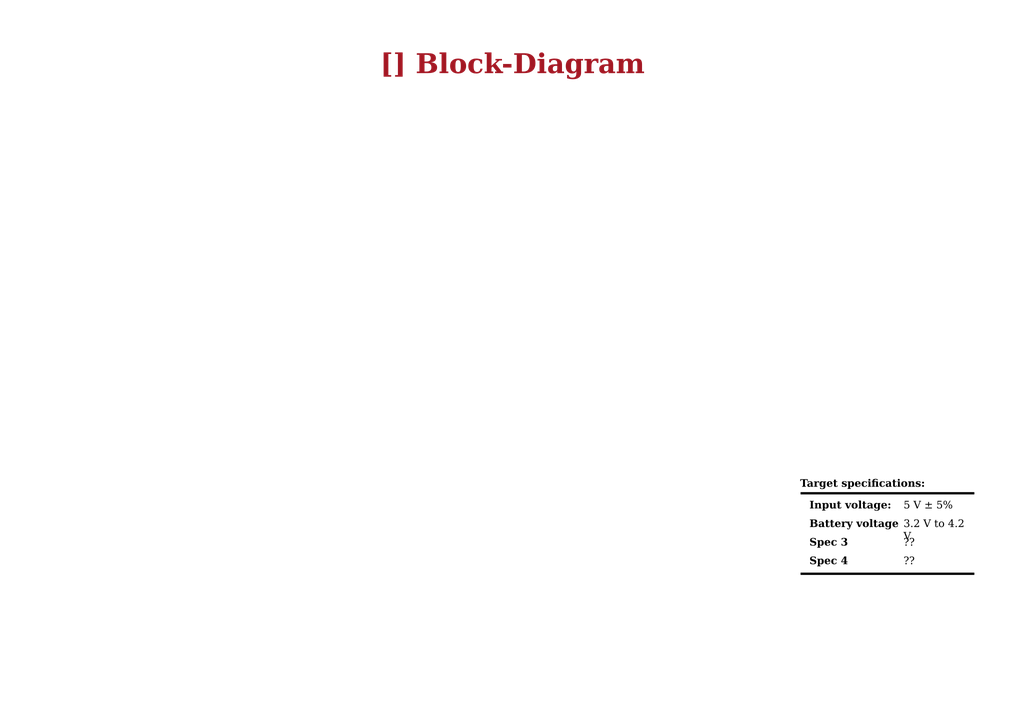
<source format=kicad_sch>
(kicad_sch
	(version 20250114)
	(generator "eeschema")
	(generator_version "9.0")
	(uuid "d4440dba-022e-49b2-97f2-6fc1871c7304")
	(paper "A3")
	(title_block
		(title "Block-Diagram")
		(date "2025-07-13")
		(rev "${REVISION}")
		(company "${COMPANY}")
	)
	(lib_symbols)
	(rectangle
		(start 328.422 234.95)
		(end 399.542 235.712)
		(stroke
			(width 0)
			(type default)
			(color 0 0 0 1)
		)
		(fill
			(type color)
			(color 0 0 0 1)
		)
		(uuid 96358351-64fb-49b9-98d4-c975a586b1c3)
	)
	(rectangle
		(start 328.422 201.93)
		(end 399.542 202.692)
		(stroke
			(width 0)
			(type default)
			(color 0 0 0 1)
		)
		(fill
			(type color)
			(color 0 0 0 1)
		)
		(uuid ca4906af-4562-456f-b79d-f6f2c9056c36)
	)
	(text_box "Spec 4"
		(exclude_from_sim no)
		(at 329.692 226.06 0)
		(size 44.45 7.62)
		(margins 2.2859 2.2859 2.2859 2.2859)
		(stroke
			(width -0.0001)
			(type default)
		)
		(fill
			(type none)
		)
		(effects
			(font
				(face "Times New Roman")
				(size 3.048 3.048)
				(thickness 0.4572)
				(bold yes)
				(color 0 0 0 1)
			)
			(justify left top)
		)
		(uuid "0b8fa12d-be48-46d8-a337-f14f24e9a703")
	)
	(text_box "5 V ± 5%"
		(exclude_from_sim no)
		(at 368.3 203.2 0)
		(size 31.242 7.62)
		(margins 2.2859 2.2859 2.2859 2.2859)
		(stroke
			(width -0.0001)
			(type solid)
		)
		(fill
			(type none)
		)
		(effects
			(font
				(face "Times New Roman")
				(size 3.048 3.048)
				(color 0 0 0 1)
			)
			(justify left top)
		)
		(uuid "15dd005a-2a1f-436c-a9b8-4953c7e00daf")
	)
	(text_box "??"
		(exclude_from_sim no)
		(at 368.3 226.06 0)
		(size 31.242 7.62)
		(margins 2.2859 2.2859 2.2859 2.2859)
		(stroke
			(width -0.0001)
			(type default)
		)
		(fill
			(type none)
		)
		(effects
			(font
				(face "Times New Roman")
				(size 3.048 3.048)
				(color 0 0 0 1)
			)
			(justify left top)
		)
		(uuid "286ce998-255c-48c3-a453-7c9a43b4377f")
	)
	(text_box "[${#}] ${TITLE}"
		(exclude_from_sim no)
		(at 144.78 20.32 0)
		(size 130.81 12.7)
		(margins 5.9999 5.9999 5.9999 5.9999)
		(stroke
			(width -0.0001)
			(type default)
		)
		(fill
			(type none)
		)
		(effects
			(font
				(face "Times New Roman")
				(size 8 8)
				(thickness 1.2)
				(bold yes)
				(color 162 22 34 1)
			)
		)
		(uuid "73b2b29c-2473-4e80-be0b-4f57c6856c3e")
	)
	(text_box "3.2 V to 4.2 V"
		(exclude_from_sim no)
		(at 368.3 210.82 0)
		(size 31.242 7.62)
		(margins 2.2859 2.2859 2.2859 2.2859)
		(stroke
			(width -0.0001)
			(type solid)
		)
		(fill
			(type none)
		)
		(effects
			(font
				(face "Times New Roman")
				(size 3.048 3.048)
				(color 0 0 0 1)
			)
			(justify left top)
		)
		(uuid "79a60212-4382-435d-b74b-f889451ff3a1")
	)
	(text_box "Input voltage:"
		(exclude_from_sim no)
		(at 329.692 203.2 0)
		(size 41.91 7.62)
		(margins 2.2859 2.2859 2.2859 2.2859)
		(stroke
			(width -0.0001)
			(type default)
		)
		(fill
			(type none)
		)
		(effects
			(font
				(face "Times New Roman")
				(size 3.048 3.048)
				(thickness 0.4572)
				(bold yes)
				(color 0 0 0 1)
			)
			(justify left top)
		)
		(uuid "7a48ef1e-fc21-4f84-87ab-2b944a808bd0")
	)
	(text_box "Target specifications:"
		(exclude_from_sim no)
		(at 325.882 194.31 0)
		(size 73.66 7.62)
		(margins 2.2859 2.2859 2.2859 2.2859)
		(stroke
			(width -0.0001)
			(type default)
		)
		(fill
			(type none)
		)
		(effects
			(font
				(face "Times New Roman")
				(size 3.048 3.048)
				(thickness 0.4572)
				(bold yes)
				(color 0 0 0 1)
			)
			(justify left top)
		)
		(uuid "92d1b8db-5c65-4f81-bd38-95477ba2f196")
	)
	(text_box "Spec 3"
		(exclude_from_sim no)
		(at 329.692 218.44 0)
		(size 41.91 7.62)
		(margins 2.2859 2.2859 2.2859 2.2859)
		(stroke
			(width -0.0001)
			(type default)
		)
		(fill
			(type none)
		)
		(effects
			(font
				(face "Times New Roman")
				(size 3.048 3.048)
				(thickness 0.4572)
				(bold yes)
				(color 0 0 0 1)
			)
			(justify left top)
		)
		(uuid "a94bbe48-2b5a-4095-ae3e-6304ba06e582")
	)
	(text_box "??"
		(exclude_from_sim no)
		(at 368.3 218.44 0)
		(size 31.242 7.62)
		(margins 2.2859 2.2859 2.2859 2.2859)
		(stroke
			(width -0.0001)
			(type default)
		)
		(fill
			(type none)
		)
		(effects
			(font
				(face "Times New Roman")
				(size 3.048 3.048)
				(color 0 0 0 1)
			)
			(justify left top)
		)
		(uuid "a9743942-0f35-4d97-920c-63913a3a8cf5")
	)
	(text_box "Battery voltage"
		(exclude_from_sim no)
		(at 329.692 210.82 0)
		(size 43.18 7.62)
		(margins 2.2859 2.2859 2.2859 2.2859)
		(stroke
			(width -0.0001)
			(type solid)
		)
		(fill
			(type none)
		)
		(effects
			(font
				(face "Times New Roman")
				(size 3.048 3.048)
				(thickness 0.4572)
				(bold yes)
				(color 0 0 0 1)
			)
			(justify left top)
		)
		(uuid "acb13397-22c2-4daa-8b50-96cfdf3951b7")
	)
)

</source>
